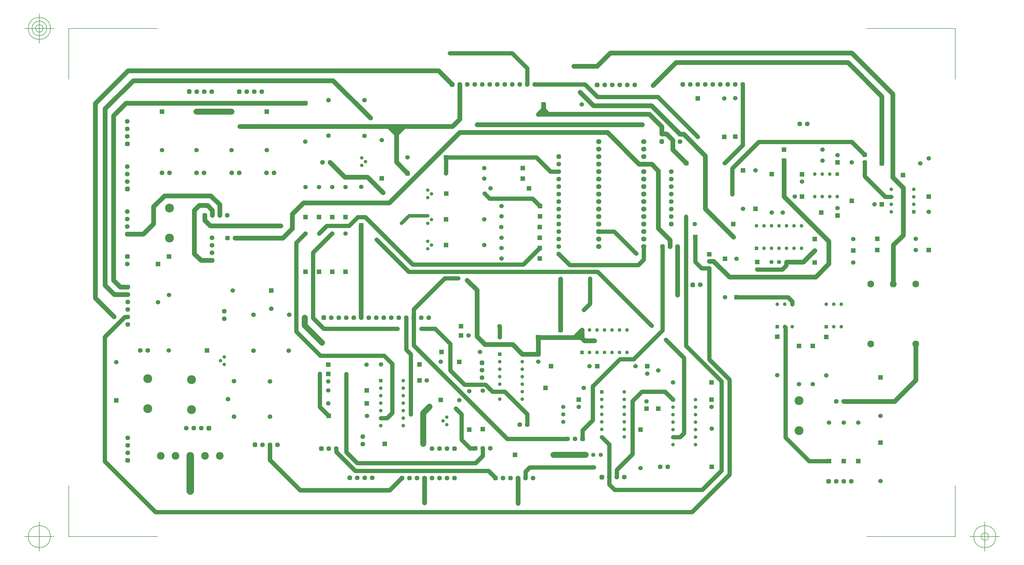
<source format=gbr>
G04 Generated by Ultiboard 13.0 *
%FSLAX33Y33*%
%MOMM*%

%ADD10C,0.001*%
%ADD11C,1.400*%
%ADD12C,1.600*%
%ADD13C,1.500*%
%ADD14C,1.200*%
%ADD15C,2.500*%
%ADD16C,2.000*%
%ADD17C,0.127*%
%ADD18C,1.000*%
%ADD19C,1.556*%
%ADD20C,1.609*%
%ADD21C,1.500*%
%ADD22R,1.500X1.500*%
%ADD23C,1.185*%
%ADD24R,0.529X0.529*%
%ADD25C,0.995*%
%ADD26C,3.006*%
%ADD27C,1.422*%
%ADD28C,1.537*%
%ADD29R,1.537X1.537*%
%ADD30C,2.300*%
%ADD31C,1.245*%
%ADD32R,1.245X1.245*%
%ADD33C,1.760*%
%ADD34C,2.600*%


G04 ColorRGB 00FF00 for the following layer *
%LNCopper Top*%
%LPD*%
G54D10*
G54D11*
X136400Y28800D02*
X134670Y28800D01*
X139600Y115100D02*
X141280Y113420D01*
X155790Y113420D01*
X158315Y110895D01*
X138940Y28800D02*
X138940Y26250D01*
X136510Y23820D02*
X138940Y26250D01*
X114580Y60720D02*
X114580Y40300D01*
X113040Y73100D02*
X113040Y62260D01*
X96440Y23820D02*
X136510Y23820D01*
X113040Y62260D02*
X114580Y60720D01*
X83780Y42795D02*
X86800Y39775D01*
X131770Y31700D02*
X134670Y28800D01*
X131770Y40370D02*
X129800Y42340D01*
X131770Y40370D02*
X131770Y31700D01*
X106555Y39065D02*
X108280Y40790D01*
X92720Y27540D02*
X96440Y23820D01*
X108280Y57450D02*
X105510Y60220D01*
X203435Y32565D02*
X205745Y32565D01*
X154000Y157610D02*
X154000Y152100D01*
X92720Y27540D02*
X92720Y53980D01*
X127770Y162730D02*
X148880Y162730D01*
X207085Y59415D02*
X200930Y65570D01*
X154000Y157610D02*
X148880Y162730D01*
X207085Y33905D02*
X205745Y32565D01*
X207085Y33905D02*
X207085Y59415D01*
X139900Y50360D02*
X132790Y50360D01*
X142250Y48010D02*
X139900Y50360D01*
X104440Y39065D02*
X106555Y39065D01*
X105510Y60220D02*
X83970Y60220D01*
X108280Y40790D02*
X108280Y57450D01*
X86150Y104250D02*
X83500Y101600D01*
X86150Y104250D02*
X93720Y104250D01*
X127970Y55180D02*
X132790Y50360D01*
X93720Y104250D02*
X96630Y107160D01*
X175250Y86370D02*
X175250Y77790D01*
X173150Y75690D01*
X99200Y107160D02*
X115270Y91090D01*
X96630Y107160D02*
X99200Y107160D01*
X168420Y90960D02*
X164700Y94680D01*
X193465Y92810D02*
X193465Y97200D01*
X87950Y101570D02*
X81500Y95120D01*
X85120Y69340D02*
X110120Y69340D01*
X81500Y72960D02*
X85120Y69340D01*
X75810Y68380D02*
X83970Y60220D01*
X81500Y95120D02*
X81500Y72960D01*
X75810Y98510D02*
X75810Y68380D01*
X78900Y101600D02*
X75810Y98510D01*
X113870Y88680D02*
X103020Y99530D01*
X115270Y91090D02*
X152690Y91090D01*
X158300Y96700D01*
X177820Y88680D02*
X113870Y88680D01*
X196190Y70310D02*
X177820Y88680D01*
X126130Y86470D02*
X115580Y75920D01*
X122840Y69340D02*
X127970Y64210D01*
X118120Y69340D02*
X122840Y69340D01*
X127970Y64210D02*
X127970Y55180D01*
X83780Y42795D02*
X83780Y54060D01*
X130660Y86470D02*
X126130Y86470D01*
X191615Y90960D02*
X193465Y92810D01*
X168420Y90960D02*
X191615Y90960D01*
X176640Y22320D02*
X154900Y22320D01*
X203435Y45265D02*
X200670Y48030D01*
X164700Y122620D02*
X161880Y122620D01*
X200670Y48030D02*
X192860Y48030D01*
X161880Y122620D02*
X157050Y127450D01*
X89380Y27569D02*
X89380Y28700D01*
X95819Y21130D02*
X89380Y27569D01*
X192860Y48030D02*
X189690Y44860D01*
X184380Y21490D02*
X184380Y19000D01*
X157050Y127450D02*
X126550Y127450D01*
X183440Y102280D02*
X190940Y94780D01*
X140900Y21130D02*
X95819Y21130D01*
X189690Y44860D02*
X189690Y26800D01*
X184380Y21490D01*
X143280Y18750D02*
X140900Y21130D01*
X126500Y127400D02*
X126500Y122000D01*
X178225Y102280D02*
X183440Y102280D01*
X207780Y107335D02*
X207780Y63540D01*
X219810Y51510D01*
X219810Y21210D01*
X185420Y59040D02*
X190100Y59040D01*
X219810Y21210D02*
X213290Y14690D01*
X176210Y49830D02*
X185420Y59040D01*
X213290Y14690D02*
X183670Y14690D01*
X176210Y38320D02*
X176210Y49830D01*
X183670Y14690D02*
X181840Y16520D01*
X172777Y34887D02*
X176210Y38320D01*
X181840Y16520D02*
X181840Y19000D01*
X172777Y32000D02*
X172777Y34887D01*
X10940Y66510D02*
X10940Y24400D01*
X181810Y30100D02*
X181810Y19030D01*
X13080Y68650D02*
X10940Y66510D01*
X181810Y30100D02*
X179300Y32610D01*
X17760Y73340D02*
X13080Y68660D01*
X13080Y68650D01*
X18700Y73340D02*
X17760Y73340D01*
X222510Y52100D02*
X222510Y19910D01*
X215700Y89820D02*
X215700Y58910D01*
X222510Y52100D01*
X210900Y100400D02*
X210900Y92000D01*
X213080Y89820D01*
X215700Y89820D01*
X198310Y147890D02*
X211800Y134400D01*
X226985Y152130D02*
X226985Y131585D01*
X220900Y125500D01*
X146400Y48010D02*
X154000Y40410D01*
X154000Y36800D01*
X142250Y48010D02*
X146400Y48010D01*
X147240Y31990D02*
X115580Y63650D01*
X115580Y75920D01*
X147240Y31990D02*
X167687Y31990D01*
X28110Y7230D02*
X209830Y7230D01*
X10940Y24400D02*
X28110Y7230D01*
X209830Y7230D02*
X222510Y19910D01*
X154900Y22320D02*
X153460Y20880D01*
X153460Y18700D01*
X144715Y66450D02*
X144715Y70085D01*
X190100Y59040D02*
X199845Y68785D01*
X199845Y97185D01*
X277280Y114080D02*
X275240Y114080D01*
X268300Y121020D01*
X268300Y125760D01*
X223420Y114910D02*
X223420Y123670D01*
X232430Y132680D01*
X263920Y132680D01*
X268300Y128300D01*
X173610Y152100D02*
X177820Y147890D01*
X198310Y147890D01*
X156540Y152100D02*
X173610Y152100D01*
X231900Y89400D02*
X240395Y89400D01*
X240395Y89400D02*
X241750Y90755D01*
X241750Y90755D02*
X241750Y91835D01*
X243780Y78560D02*
X242340Y80000D01*
X224900Y80000D01*
X243780Y77620D02*
X243780Y78560D01*
X249490Y24500D02*
X256200Y24500D01*
X241494Y32496D02*
X249490Y24500D01*
X241494Y69746D02*
X241494Y32496D01*
X241494Y69746D02*
X241240Y70000D01*
G54D12*
X14150Y80960D02*
X11050Y84060D01*
X18700Y80960D02*
X14150Y80960D01*
X11050Y84060D02*
X11050Y143930D01*
X88278Y153450D02*
X100928Y140800D01*
X11050Y143930D02*
X20570Y153450D01*
X88278Y153450D01*
X181170Y135850D02*
X131200Y135850D01*
X191880Y125140D02*
X196160Y125140D01*
X191880Y125140D02*
X181170Y135850D01*
X198420Y122880D02*
X196160Y125140D01*
X198420Y103340D02*
X198420Y122880D01*
X55040Y100100D02*
X71240Y100100D01*
X74450Y103310D01*
X7750Y79730D02*
X14050Y73430D01*
X128600Y152130D02*
X123960Y156770D01*
X7750Y145700D02*
X7750Y79730D01*
X123960Y156770D02*
X18820Y156770D01*
X24020Y101400D02*
X18600Y101400D01*
X131140Y152100D02*
X131140Y140350D01*
X18820Y156770D02*
X7750Y145700D01*
X27490Y104870D02*
X24020Y101400D01*
X131140Y140350D02*
X128740Y137950D01*
X109710Y125790D02*
X113500Y122000D01*
X56690Y137950D02*
X128740Y137950D01*
X27490Y110730D02*
X27490Y104870D01*
X109710Y125790D02*
X109710Y135040D01*
X112300Y137950D02*
X109710Y135360D01*
X109710Y137940D01*
X109700Y137950D01*
X107100Y137950D02*
X109720Y135330D01*
X31140Y114380D02*
X27490Y110730D01*
X49880Y107800D02*
X49880Y111380D01*
X46880Y114380D02*
X31140Y114380D01*
X49880Y111380D02*
X46880Y114380D01*
X97769Y73131D02*
X97769Y104369D01*
X46710Y104210D02*
X70510Y104210D01*
X44800Y106120D02*
X46710Y104210D01*
X44800Y107800D02*
X44800Y106120D01*
X131200Y135850D02*
X107320Y111970D01*
X74450Y108200D02*
X78220Y111970D01*
X74450Y103310D02*
X74450Y108200D01*
X78220Y111970D02*
X107320Y111970D01*
X203330Y130070D02*
X207900Y125500D01*
X201230Y135340D02*
X203330Y133240D01*
X203330Y130070D01*
X199654Y135340D02*
X201230Y135340D01*
X205800Y135300D02*
X196150Y144950D01*
X47340Y107800D02*
X47340Y109500D01*
X45710Y111130D01*
X42990Y111130D01*
X41290Y109430D01*
X41290Y94770D01*
X43560Y92500D01*
X47300Y92500D01*
X223890Y100400D02*
X214340Y109950D01*
X215700Y92210D02*
X217120Y92210D01*
X256170Y98960D02*
X241000Y114130D01*
X256170Y91310D02*
X256170Y98960D01*
X241000Y114130D02*
X241000Y126300D01*
X214340Y127960D02*
X207000Y135300D01*
X205800Y135300D01*
X214340Y109950D02*
X214340Y127960D01*
X152380Y60710D02*
X149090Y64000D01*
X139690Y64000D02*
X149090Y64000D01*
X137010Y82430D02*
X137010Y66680D01*
X139690Y64000D01*
X133650Y85790D02*
X137010Y82430D01*
X202405Y97205D02*
X202405Y99355D01*
X198420Y103340D01*
X222490Y86840D02*
X251700Y86840D01*
X256170Y91310D01*
X217120Y92210D02*
X222490Y86840D01*
X152380Y60710D02*
X157790Y60710D01*
X157800Y60700D02*
X157800Y66365D01*
X170050Y66400D02*
X172560Y68910D01*
X172560Y66120D02*
X173430Y65250D01*
X172560Y68910D02*
X172560Y66120D01*
X173430Y65250D02*
X176830Y65250D01*
X157765Y66400D02*
X172560Y66400D01*
X78870Y145780D02*
X18160Y145780D01*
X13910Y141530D01*
X13910Y85800D01*
X16210Y83500D01*
X18700Y83500D01*
X261200Y44700D02*
X278400Y44700D01*
X285620Y51920D01*
X285620Y64140D01*
X278000Y84460D02*
X278000Y97660D01*
X281330Y100990D01*
X281330Y117080D01*
X277780Y120630D01*
X277780Y148950D01*
X277780Y148950D02*
X263930Y162800D01*
X182130Y162800D01*
X196660Y151790D02*
X204430Y159560D01*
X262620Y159560D02*
X274100Y148080D01*
X274100Y125400D01*
X204430Y159560D02*
X262620Y159560D01*
X169820Y158340D02*
X177670Y158340D01*
X182130Y162800D01*
X157785Y142005D02*
X159500Y143720D01*
X159500Y145400D02*
X159500Y143630D01*
X161100Y142030D01*
X176510Y144950D02*
X196150Y144950D01*
X176510Y144950D02*
X171920Y149540D01*
X204945Y97205D02*
X204945Y80735D01*
X119220Y18700D02*
X119220Y10350D01*
X150920Y18700D02*
X150920Y10170D01*
X247525Y91925D02*
X251400Y95800D01*
X165300Y68900D02*
X165300Y86170D01*
X241840Y91925D02*
X247525Y91925D01*
X99960Y120730D02*
X105190Y115500D01*
X92210Y120730D02*
X99960Y120730D01*
X87240Y125700D02*
X92210Y120730D01*
X137005Y138485D02*
X192965Y138485D01*
X199557Y137837D02*
X195364Y142030D01*
X157810Y142030D02*
X195364Y142030D01*
X199557Y137837D02*
X199557Y135367D01*
G54D13*
X111600Y18700D02*
X107460Y14560D01*
X107460Y14560D02*
X77160Y14560D01*
X77160Y14560D02*
X66880Y24840D01*
X66880Y24840D02*
X66880Y30000D01*
G54D14*
X120300Y107640D02*
X114090Y107640D01*
X111480Y105030D02*
X114090Y107640D01*
G54D15*
X39900Y26200D02*
X39900Y14330D01*
G54D16*
X42000Y142900D02*
X53900Y142900D01*
X118800Y30300D02*
X118800Y40720D01*
X173820Y26600D02*
X162900Y26600D01*
X78670Y70430D02*
X84490Y64610D01*
X118800Y40720D02*
X120970Y42890D01*
X78670Y73100D02*
X78670Y70430D01*
G54D17*
X-1207Y-1137D02*
X-1207Y16089D01*
X-1207Y-1137D02*
X28813Y-1137D01*
X298997Y-1137D02*
X268977Y-1137D01*
X298997Y-1137D02*
X298997Y16089D01*
X298997Y171127D02*
X298997Y153901D01*
X298997Y171127D02*
X268977Y171127D01*
X-1207Y171127D02*
X28813Y171127D01*
X-1207Y171127D02*
X-1207Y153901D01*
X-6207Y-1137D02*
X-16207Y-1137D01*
X-11207Y-6137D02*
X-11207Y3863D01*
X-14957Y-1137D02*
G75*
D01*
G02X-14957Y-1137I3750J0*
G01*
X303997Y-1137D02*
X313997Y-1137D01*
X308997Y-6137D02*
X308997Y3863D01*
X305247Y-1137D02*
G75*
D01*
G02X305247Y-1137I3750J0*
G01*
X307747Y-1137D02*
G75*
D01*
G02X307747Y-1137I1250J0*
G01*
X-6207Y171127D02*
X-16207Y171127D01*
X-11207Y166127D02*
X-11207Y176127D01*
X-14957Y171127D02*
G75*
D01*
G02X-14957Y171127I3750J0*
G01*
X-13707Y171127D02*
G75*
D01*
G02X-13707Y171127I2500J0*
G01*
X-12457Y171127D02*
G75*
D01*
G02X-12457Y171127I1250J0*
G01*
G54D18*
X114580Y40300D03*
X173160Y75680D03*
X129800Y42340D03*
X196190Y70310D03*
X103020Y99530D03*
X96440Y23820D03*
X200930Y65570D03*
X111450Y105030D03*
X127770Y162730D03*
X92720Y53980D03*
X110120Y69340D03*
X130660Y86470D03*
X175250Y86370D03*
X118120Y69340D03*
X83780Y54060D03*
X176640Y22320D03*
X190940Y94780D03*
X56660Y137980D03*
X133650Y85800D03*
X139690Y64000D03*
X70510Y104210D03*
X207780Y107335D03*
X223420Y114910D03*
X137005Y138485D03*
X192965Y138485D03*
X196660Y151790D03*
X169820Y158340D03*
X157785Y142005D03*
X171920Y149540D03*
X39900Y14330D03*
X204940Y87070D03*
X84490Y64610D03*
X204945Y80735D03*
X150920Y10170D03*
X119220Y10350D03*
X165300Y86170D03*
X120920Y42880D03*
X78670Y73100D03*
X105190Y115500D03*
X14030Y73430D03*
X176820Y65270D03*
G54D19*
X73300Y61900D03*
X73396Y74096D03*
X67300Y76128D03*
X61300Y61900D03*
X61300Y74100D03*
X66900Y51500D03*
X54704Y51596D03*
X52672Y45500D03*
X66900Y39500D03*
X54700Y39500D03*
X86700Y134800D03*
X98896Y134704D03*
X100928Y140800D03*
X86700Y146800D03*
X98900Y146800D03*
G54D20*
X44600Y122200D03*
X42060Y122200D03*
X56500Y122200D03*
X53960Y122200D03*
X68300Y122200D03*
X65760Y122200D03*
X32900Y122200D03*
X30360Y122200D03*
X151460Y36800D03*
X154000Y36800D03*
X51400Y72700D03*
X51400Y75240D03*
X55040Y100100D03*
X84700Y125700D03*
X87240Y125700D03*
X248832Y138800D03*
X246292Y138800D03*
X212640Y84200D03*
X41120Y35600D03*
X43660Y35600D03*
X38580Y35600D03*
X170237Y32000D03*
X167697Y32000D03*
X138940Y28800D03*
X141480Y28800D03*
X86840Y28700D03*
X89380Y28700D03*
X49880Y107800D03*
X47340Y107800D03*
X52420Y107800D03*
X133680Y152100D03*
X131140Y152100D03*
X148920Y152100D03*
X141300Y152100D03*
X136220Y152100D03*
X138760Y152100D03*
X143840Y152100D03*
X146380Y152100D03*
X156540Y152100D03*
X151460Y152100D03*
X154000Y152100D03*
X180240Y152000D03*
X182780Y152000D03*
X187860Y152000D03*
X185320Y152000D03*
X190400Y152000D03*
X18600Y106480D03*
X18600Y103940D03*
X18600Y109020D03*
X47300Y97580D03*
X47300Y95040D03*
X47300Y100120D03*
X61580Y149700D03*
X59040Y149700D03*
X64120Y149700D03*
X44661Y149719D03*
X42121Y149719D03*
X47201Y149719D03*
X18700Y29780D03*
X18700Y27240D03*
X18700Y32320D03*
X66880Y30000D03*
X64340Y30000D03*
X69420Y30000D03*
X18600Y137080D03*
X18600Y134540D03*
X18600Y139620D03*
X18600Y91260D03*
X199100Y22500D03*
X201640Y22500D03*
X138720Y55240D03*
X138720Y52700D03*
X124320Y28700D03*
X126860Y28700D03*
X121780Y28700D03*
X98300Y32800D03*
X98300Y30260D03*
X25500Y62000D03*
X22960Y62000D03*
X164700Y99760D03*
X164700Y115000D03*
X164700Y122620D03*
X164700Y125160D03*
X164700Y120080D03*
X164700Y117540D03*
X164700Y107380D03*
X164700Y112460D03*
X164700Y109920D03*
X164700Y102300D03*
X164700Y104840D03*
X164700Y94680D03*
X164700Y97220D03*
X115580Y73100D03*
X97800Y73100D03*
X90180Y73100D03*
X87640Y73100D03*
X92720Y73100D03*
X95260Y73100D03*
X105420Y73100D03*
X100340Y73100D03*
X102880Y73100D03*
X113040Y73100D03*
X107960Y73100D03*
X110500Y73100D03*
X120660Y73100D03*
X118120Y73100D03*
X202405Y97205D03*
X204945Y97205D03*
X202780Y122575D03*
X202780Y109875D03*
X202780Y107335D03*
X202780Y112415D03*
X202780Y117495D03*
X202780Y114955D03*
X202780Y120035D03*
X199600Y135340D03*
X205800Y132760D03*
X268300Y125760D03*
X261180Y17600D03*
X258640Y17600D03*
X263720Y17600D03*
X261200Y44700D03*
X258660Y44700D03*
X184380Y19000D03*
X186920Y19000D03*
X181840Y19000D03*
X145840Y18700D03*
X148380Y18700D03*
X153460Y18700D03*
X150920Y18700D03*
X156000Y18700D03*
X129380Y18700D03*
X116680Y18700D03*
X114140Y18700D03*
X119220Y18700D03*
X124300Y18700D03*
X121760Y18700D03*
X126840Y18700D03*
X98980Y18800D03*
X96440Y18800D03*
X101520Y18800D03*
X18700Y80960D03*
X18700Y78420D03*
X18700Y73340D03*
X18700Y75880D03*
X18700Y70800D03*
X18600Y121780D03*
X18600Y119240D03*
X18600Y124320D03*
X224445Y152130D03*
X216825Y152130D03*
X211745Y152130D03*
X209205Y152130D03*
X214285Y152130D03*
X219365Y152130D03*
X221905Y152130D03*
X226985Y152130D03*
G54D21*
X194400Y44700D03*
X139600Y115100D03*
X139500Y106400D03*
X139500Y97700D03*
X104785Y133265D03*
X120000Y51800D03*
X42000Y129900D03*
X78870Y132780D03*
X30300Y129900D03*
X65800Y129900D03*
X32700Y80800D03*
X29000Y78300D03*
X53900Y129900D03*
X211800Y134400D03*
X224475Y147440D03*
X134385Y48150D03*
X259100Y110200D03*
X259100Y128200D03*
X171500Y42800D03*
X247100Y119200D03*
X244600Y114100D03*
X240600Y108700D03*
X227100Y110000D03*
X236860Y108710D03*
X231300Y123000D03*
X271600Y111500D03*
X216500Y35500D03*
X216400Y42800D03*
X203400Y51100D03*
X198400Y55200D03*
X194700Y54100D03*
X157800Y58200D03*
X165300Y66400D03*
X173200Y49300D03*
X175100Y56600D03*
X190700Y56600D03*
X144715Y66450D03*
X144600Y70200D03*
X138000Y61500D03*
X162900Y26600D03*
X138925Y48325D03*
X131000Y45100D03*
X124700Y58200D03*
X118800Y30300D03*
X104500Y57200D03*
X86645Y44015D03*
X99800Y39775D03*
X86635Y48385D03*
X99600Y57100D03*
X32600Y62000D03*
X14800Y58000D03*
X88000Y101600D03*
X92500Y101600D03*
X78900Y101600D03*
X78900Y117360D03*
X83500Y117360D03*
X88000Y117360D03*
X92500Y117360D03*
X97800Y117400D03*
X54300Y82300D03*
X172500Y145400D03*
X113500Y127400D03*
X126500Y122000D03*
X145300Y93100D03*
X145300Y96700D03*
X145280Y100150D03*
X145250Y103760D03*
X145330Y107405D03*
X145315Y110895D03*
X141600Y116900D03*
X220735Y147380D03*
X210800Y104800D03*
X223900Y100400D03*
X224900Y93000D03*
X221000Y80000D03*
X231900Y89400D03*
X264400Y99700D03*
X251400Y95800D03*
X264415Y91740D03*
X263900Y125700D03*
X254000Y130000D03*
X254000Y126300D03*
X287100Y125400D03*
X268300Y121400D03*
X290000Y127100D03*
X290000Y109000D03*
X285600Y99800D03*
X285600Y96000D03*
X192400Y22100D03*
X134135Y67065D03*
X86600Y51500D03*
X220900Y125500D03*
X273700Y17700D03*
X261200Y37500D03*
X266100Y37500D03*
X256200Y37500D03*
X273700Y39800D03*
X255300Y53500D03*
X250700Y50500D03*
X246100Y50500D03*
X238700Y53600D03*
X139500Y120200D03*
X139500Y123800D03*
G54D22*
X194400Y42200D03*
X126600Y115100D03*
X126500Y106400D03*
X126500Y97700D03*
X104785Y120265D03*
X117500Y51800D03*
X42000Y142900D03*
X78870Y145780D03*
X30300Y142900D03*
X65800Y142900D03*
X32700Y93800D03*
X29000Y91300D03*
X53900Y142900D03*
X211800Y147400D03*
X224475Y134440D03*
X134385Y35150D03*
X259100Y107700D03*
X259100Y125700D03*
X171500Y45300D03*
X247100Y121700D03*
X247100Y114100D03*
X253600Y108700D03*
X227100Y123000D03*
X236860Y121710D03*
X231300Y110000D03*
X274100Y111500D03*
X216500Y22500D03*
X216400Y45300D03*
X216400Y51100D03*
X198400Y42200D03*
X194700Y56600D03*
X157800Y60700D03*
X165300Y68900D03*
X160200Y49300D03*
X162100Y56600D03*
X177700Y56600D03*
X157715Y66450D03*
X131600Y70200D03*
X125000Y61500D03*
X149900Y26600D03*
X138925Y35325D03*
X131000Y58100D03*
X124700Y45200D03*
X105800Y30300D03*
X117500Y57200D03*
X99645Y44015D03*
X86800Y39775D03*
X99635Y48385D03*
X86600Y57100D03*
X45600Y62000D03*
X14800Y45000D03*
X88000Y88600D03*
X83500Y88600D03*
X92500Y88600D03*
X78900Y88600D03*
X78900Y107200D03*
X83500Y107200D03*
X88000Y107200D03*
X92500Y107200D03*
X97800Y104400D03*
X67300Y82300D03*
X159500Y145400D03*
X126500Y127400D03*
X113500Y122000D03*
X158300Y93100D03*
X158300Y96700D03*
X158280Y100150D03*
X158250Y103760D03*
X158330Y107405D03*
X158315Y110895D03*
X154600Y116900D03*
X220735Y134380D03*
X223800Y104800D03*
X210900Y100400D03*
X224900Y80000D03*
X221000Y93000D03*
X231900Y91900D03*
X251400Y99700D03*
X264400Y95800D03*
X251415Y91740D03*
X263900Y112700D03*
X241000Y130000D03*
X241000Y126300D03*
X274100Y125400D03*
X281300Y121400D03*
X290000Y114100D03*
X290000Y96000D03*
X272600Y99800D03*
X272600Y96000D03*
X192400Y35100D03*
X131635Y67065D03*
X86600Y54000D03*
X207900Y125500D03*
X273700Y30700D03*
X261200Y24500D03*
X266100Y24500D03*
X256200Y24500D03*
X273700Y52800D03*
X255300Y66500D03*
X250700Y63500D03*
X246100Y63500D03*
X238700Y66600D03*
X152500Y120200D03*
X152500Y123800D03*
G54D23*
X120300Y113800D03*
X121570Y115070D03*
X120300Y116340D03*
X120300Y105100D03*
X121570Y106370D03*
X120300Y107640D03*
X120300Y96400D03*
X121570Y97670D03*
X120300Y98940D03*
X51400Y59800D03*
X50130Y58530D03*
X51400Y57260D03*
X125530Y38130D03*
X126800Y36860D03*
X126800Y39400D03*
X98025Y124680D03*
X99295Y125950D03*
X98025Y127220D03*
G54D24*
X52500Y100100D03*
X210100Y84200D03*
X46200Y35600D03*
X172777Y32000D03*
X136400Y28800D03*
X84300Y28700D03*
X44800Y107800D03*
X128600Y152100D03*
X177700Y152000D03*
X18600Y101400D03*
X47300Y92500D03*
X56500Y149700D03*
X39581Y149719D03*
X18700Y24700D03*
X61800Y30000D03*
X18600Y132000D03*
X18600Y93800D03*
X138720Y57780D03*
X129400Y28700D03*
X164700Y127700D03*
X85100Y73100D03*
X199865Y97205D03*
X202780Y104795D03*
X199600Y132800D03*
X205800Y135300D03*
X268300Y128300D03*
X256100Y17600D03*
X179300Y19000D03*
X143300Y18700D03*
X111600Y18700D03*
X93900Y18800D03*
X18700Y83500D03*
X18600Y116700D03*
X206665Y152130D03*
G54D25*
X52236Y99836D02*
X52764Y99836D01*
X52764Y100364D01*
X52236Y100364D01*
X52236Y99836D01*D02*
X209836Y83936D02*
X210364Y83936D01*
X210364Y84464D01*
X209836Y84464D01*
X209836Y83936D01*D02*
X45936Y35336D02*
X46464Y35336D01*
X46464Y35864D01*
X45936Y35864D01*
X45936Y35336D01*D02*
X172513Y31736D02*
X173041Y31736D01*
X173041Y32264D01*
X172513Y32264D01*
X172513Y31736D01*D02*
X136136Y28536D02*
X136664Y28536D01*
X136664Y29064D01*
X136136Y29064D01*
X136136Y28536D01*D02*
X84036Y28436D02*
X84564Y28436D01*
X84564Y28964D01*
X84036Y28964D01*
X84036Y28436D01*D02*
X44536Y107536D02*
X45064Y107536D01*
X45064Y108064D01*
X44536Y108064D01*
X44536Y107536D01*D02*
X128336Y151836D02*
X128864Y151836D01*
X128864Y152364D01*
X128336Y152364D01*
X128336Y151836D01*D02*
X177436Y151736D02*
X177964Y151736D01*
X177964Y152264D01*
X177436Y152264D01*
X177436Y151736D01*D02*
X18336Y101136D02*
X18864Y101136D01*
X18864Y101664D01*
X18336Y101664D01*
X18336Y101136D01*D02*
X47036Y92236D02*
X47564Y92236D01*
X47564Y92764D01*
X47036Y92764D01*
X47036Y92236D01*D02*
X56236Y149436D02*
X56764Y149436D01*
X56764Y149964D01*
X56236Y149964D01*
X56236Y149436D01*D02*
X39317Y149455D02*
X39845Y149455D01*
X39845Y149983D01*
X39317Y149983D01*
X39317Y149455D01*D02*
X18436Y24436D02*
X18964Y24436D01*
X18964Y24964D01*
X18436Y24964D01*
X18436Y24436D01*D02*
X61536Y29736D02*
X62064Y29736D01*
X62064Y30264D01*
X61536Y30264D01*
X61536Y29736D01*D02*
X18336Y131736D02*
X18864Y131736D01*
X18864Y132264D01*
X18336Y132264D01*
X18336Y131736D01*D02*
X18336Y93536D02*
X18864Y93536D01*
X18864Y94064D01*
X18336Y94064D01*
X18336Y93536D01*D02*
X138456Y57516D02*
X138984Y57516D01*
X138984Y58044D01*
X138456Y58044D01*
X138456Y57516D01*D02*
X129136Y28436D02*
X129664Y28436D01*
X129664Y28964D01*
X129136Y28964D01*
X129136Y28436D01*D02*
X164436Y127436D02*
X164964Y127436D01*
X164964Y127964D01*
X164436Y127964D01*
X164436Y127436D01*D02*
X84836Y72836D02*
X85364Y72836D01*
X85364Y73364D01*
X84836Y73364D01*
X84836Y72836D01*D02*
X199601Y96941D02*
X200129Y96941D01*
X200129Y97469D01*
X199601Y97469D01*
X199601Y96941D01*D02*
X202516Y104531D02*
X203044Y104531D01*
X203044Y105059D01*
X202516Y105059D01*
X202516Y104531D01*D02*
X199336Y132536D02*
X199864Y132536D01*
X199864Y133064D01*
X199336Y133064D01*
X199336Y132536D01*D02*
X205536Y135036D02*
X206064Y135036D01*
X206064Y135564D01*
X205536Y135564D01*
X205536Y135036D01*D02*
X268036Y128036D02*
X268564Y128036D01*
X268564Y128564D01*
X268036Y128564D01*
X268036Y128036D01*D02*
X255836Y17336D02*
X256364Y17336D01*
X256364Y17864D01*
X255836Y17864D01*
X255836Y17336D01*D02*
X179036Y18736D02*
X179564Y18736D01*
X179564Y19264D01*
X179036Y19264D01*
X179036Y18736D01*D02*
X143036Y18436D02*
X143564Y18436D01*
X143564Y18964D01*
X143036Y18964D01*
X143036Y18436D01*D02*
X111336Y18436D02*
X111864Y18436D01*
X111864Y18964D01*
X111336Y18964D01*
X111336Y18436D01*D02*
X93636Y18536D02*
X94164Y18536D01*
X94164Y19064D01*
X93636Y19064D01*
X93636Y18536D01*D02*
X18436Y83236D02*
X18964Y83236D01*
X18964Y83764D01*
X18436Y83764D01*
X18436Y83236D01*D02*
X18336Y116436D02*
X18864Y116436D01*
X18864Y116964D01*
X18336Y116964D01*
X18336Y116436D01*D02*
X206401Y151866D02*
X206929Y151866D01*
X206929Y152394D01*
X206401Y152394D01*
X206401Y151866D01*D02*
G54D26*
X246100Y44960D03*
X246100Y34800D03*
X40305Y52040D03*
X40305Y41880D03*
X25485Y52375D03*
X25485Y42215D03*
X32900Y110260D03*
X32900Y100100D03*
G54D27*
X166200Y42800D03*
X166200Y37720D03*
X166200Y40260D03*
X178900Y26600D03*
X173820Y26600D03*
X176360Y26600D03*
X241840Y91925D03*
X236760Y91925D03*
X239300Y91925D03*
G54D28*
X215700Y89820D03*
X215700Y92210D03*
G54D29*
X215700Y94600D03*
G54D30*
X285620Y64140D03*
X270380Y84460D03*
X278000Y84460D03*
X270380Y64140D03*
X285620Y84460D03*
G54D31*
X277280Y111540D03*
X284900Y116620D03*
X277280Y114080D03*
X284900Y114080D03*
X284900Y111540D03*
X277280Y109000D03*
X277280Y116620D03*
X211055Y45265D03*
X203435Y37645D03*
X203435Y42725D03*
X203435Y40185D03*
X203435Y35105D03*
X203435Y32565D03*
X203435Y30025D03*
X211055Y30025D03*
X211055Y37645D03*
X211055Y42725D03*
X211055Y40185D03*
X211055Y35105D03*
X211055Y32565D03*
X152380Y60710D03*
X144760Y53090D03*
X144760Y58170D03*
X144760Y55630D03*
X144760Y50550D03*
X144760Y48010D03*
X144760Y45470D03*
X152380Y45470D03*
X152380Y53090D03*
X152380Y58170D03*
X152380Y55630D03*
X152380Y50550D03*
X152380Y48010D03*
X112060Y51765D03*
X104440Y44145D03*
X104440Y49225D03*
X104440Y46685D03*
X104440Y41605D03*
X104440Y39065D03*
X104440Y36525D03*
X112060Y36525D03*
X112060Y44145D03*
X112060Y49225D03*
X112060Y46685D03*
X112060Y41605D03*
X112060Y39065D03*
X172560Y68910D03*
X180180Y61290D03*
X175100Y61290D03*
X177640Y61290D03*
X182720Y61290D03*
X185260Y61290D03*
X187800Y61290D03*
X187800Y68910D03*
X180180Y68910D03*
X175100Y68910D03*
X177640Y68910D03*
X182720Y68910D03*
X185260Y68910D03*
X186920Y47900D03*
X179300Y40280D03*
X179300Y45360D03*
X179300Y42820D03*
X179300Y37740D03*
X179300Y35200D03*
X179300Y32660D03*
X186920Y32660D03*
X186920Y40280D03*
X186920Y45360D03*
X186920Y42820D03*
X186920Y37740D03*
X186920Y35200D03*
X244400Y96560D03*
X246940Y96560D03*
X241860Y96560D03*
X236780Y96560D03*
X239320Y96560D03*
X234240Y96560D03*
X231700Y104180D03*
X246940Y104180D03*
X244400Y104180D03*
X241860Y104180D03*
X236780Y104180D03*
X239320Y104180D03*
X234240Y104180D03*
X259033Y114126D03*
X256493Y121746D03*
X251413Y121746D03*
X253953Y121746D03*
X251413Y114126D03*
X256493Y114126D03*
X253953Y114126D03*
X243780Y70000D03*
X241240Y77620D03*
X241240Y70000D03*
X243780Y77620D03*
X238700Y77620D03*
X260380Y70000D03*
X255300Y77620D03*
X257840Y70000D03*
X257840Y77620D03*
X260380Y77620D03*
G54D32*
X284900Y109000D03*
X203435Y45265D03*
X144760Y60710D03*
X104440Y51765D03*
X172560Y61290D03*
X179300Y47900D03*
X231700Y96560D03*
X259033Y121746D03*
X238700Y70000D03*
X255300Y70000D03*
G54D33*
X178225Y132760D03*
X178225Y130220D03*
X178225Y127680D03*
X178225Y125140D03*
X178225Y122600D03*
X178225Y120060D03*
X178225Y117520D03*
X178225Y114980D03*
X178225Y112440D03*
X178225Y109900D03*
X178225Y107360D03*
X178225Y104820D03*
X178225Y102280D03*
X178225Y99740D03*
X178225Y97200D03*
X193465Y132760D03*
X193465Y130220D03*
X193465Y127680D03*
X193465Y125140D03*
X193465Y122600D03*
X193465Y120060D03*
X193465Y117520D03*
X193465Y114980D03*
X193465Y112440D03*
X193465Y109900D03*
X193465Y107360D03*
X193465Y104820D03*
X193465Y102280D03*
X193465Y99740D03*
X193465Y97200D03*
G54D34*
X29900Y26200D03*
X34900Y26200D03*
X39900Y26200D03*
X44900Y26200D03*
X49900Y26200D03*

M02*

</source>
